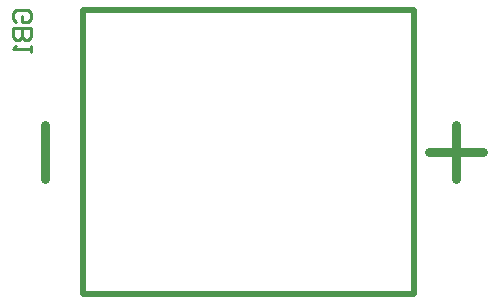
<source format=gbo>
G04*
G04 #@! TF.GenerationSoftware,Altium Limited,CircuitMaker,2.3.0 (2.3.0.3)*
G04*
G04 Layer_Color=13813960*
%FSLAX25Y25*%
%MOIN*%
G70*
G04*
G04 #@! TF.SameCoordinates,90B3883F-12C0-4788-AEBF-A64E1D99C10B*
G04*
G04*
G04 #@! TF.FilePolarity,Positive*
G04*
G01*
G75*
%ADD13C,0.01000*%
%ADD97C,0.02000*%
%ADD98C,0.03000*%
D13*
X204126Y113783D02*
X203127Y114783D01*
X203127Y116782D01*
X204126Y117781D01*
X208125Y117781D01*
X209125Y116782D01*
X209125Y114783D01*
X208125Y113783D01*
X206126Y113783D01*
X206126Y115782D01*
X203127Y111783D02*
X209125Y111783D01*
X209125Y108784D01*
X208125Y107785D01*
X207125Y107785D01*
X206126Y108784D01*
X206126Y111783D01*
X206126Y108784D01*
X205126Y107785D01*
X204126Y107785D01*
X203127Y108784D01*
X203127Y111783D01*
X209125Y105785D02*
X209125Y103786D01*
X209125Y104786D01*
X203127Y104786D01*
X204126Y105785D01*
D97*
X226457Y117776D02*
X336693Y117776D01*
X336693Y23287D02*
X336693Y117776D01*
X226457Y23287D02*
X336693Y23287D01*
X226457Y23287D02*
X226457Y117776D01*
D98*
X341575Y70531D02*
X359575Y70531D01*
X350575Y61532D02*
X350575Y79532D01*
X213575Y61532D02*
X213575Y79532D01*
M02*

</source>
